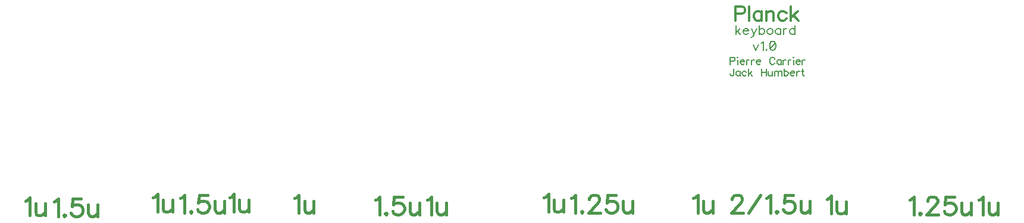
<source format=gbr>
G04 DipTrace 2.4.0.2*
%INTopAssy.gbr*%
%MOIN*%
%ADD32C,0.0077*%
%ADD33C,0.0154*%
%ADD34C,0.0124*%
%ADD35C,0.0062*%
%FSLAX44Y44*%
G04*
G70*
G90*
G75*
G01*
%LNTopAssy*%
%LPD*%
X6102Y5353D2*
D33*
X6199Y5401D1*
X6342Y5544D1*
Y4540D1*
X6651Y5210D2*
Y4732D1*
X6699Y4589D1*
X6795Y4540D1*
X6938D1*
X7033Y4589D1*
X7177Y4732D1*
Y5210D2*
Y4540D1*
X7677Y5304D2*
X7773Y5352D1*
X7917Y5495D1*
Y4491D1*
X8273Y4587D2*
X8226Y4539D1*
X8273Y4491D1*
X8322Y4539D1*
X8273Y4587D1*
X9204Y5495D2*
X8727D1*
X8679Y5065D1*
X8727Y5112D1*
X8871Y5161D1*
X9013D1*
X9157Y5112D1*
X9253Y5017D1*
X9301Y4874D1*
Y4778D1*
X9253Y4635D1*
X9157Y4539D1*
X9013Y4491D1*
X8871D1*
X8727Y4539D1*
X8679Y4587D1*
X8631Y4682D1*
X9609Y5161D2*
Y4682D1*
X9657Y4540D1*
X9753Y4491D1*
X9897D1*
X9992Y4540D1*
X10136Y4682D1*
Y5161D2*
Y4491D1*
X13238Y5550D2*
X13334Y5598D1*
X13478Y5741D1*
Y4737D1*
X13787Y5407D2*
Y4928D1*
X13834Y4786D1*
X13931Y4737D1*
X14074D1*
X14169Y4786D1*
X14313Y4928D1*
Y5407D2*
Y4737D1*
X14764Y5500D2*
X14860Y5549D1*
X15004Y5692D1*
Y4688D1*
X15360Y4784D2*
X15312Y4735D1*
X15360Y4688D1*
X15409Y4735D1*
X15360Y4784D1*
X16291Y5692D2*
X15814D1*
X15766Y5262D1*
X15814Y5309D1*
X15957Y5358D1*
X16100D1*
X16244Y5309D1*
X16340Y5214D1*
X16387Y5070D1*
Y4975D1*
X16340Y4832D1*
X16244Y4735D1*
X16100Y4688D1*
X15957D1*
X15814Y4735D1*
X15766Y4784D1*
X15717Y4879D1*
X16696Y5358D2*
Y4879D1*
X16744Y4737D1*
X16840Y4688D1*
X16983D1*
X17079Y4737D1*
X17222Y4879D1*
Y5358D2*
Y4688D1*
X17520Y5550D2*
X17616Y5598D1*
X17760Y5741D1*
Y4737D1*
X18068Y5407D2*
Y4928D1*
X18116Y4786D1*
X18212Y4737D1*
X18356D1*
X18451Y4786D1*
X18595Y4928D1*
Y5407D2*
Y4737D1*
X21161Y5500D2*
X21258Y5549D1*
X21401Y5692D1*
Y4688D1*
X21710Y5358D2*
Y4879D1*
X21758Y4737D1*
X21854Y4688D1*
X21997D1*
X22093Y4737D1*
X22236Y4879D1*
Y5358D2*
Y4688D1*
X28593Y5402D2*
X28689Y5451D1*
X28832Y5593D1*
Y4590D1*
X29141Y5259D2*
Y4781D1*
X29189Y4638D1*
X29285Y4590D1*
X29429D1*
X29524Y4638D1*
X29667Y4781D1*
Y5259D2*
Y4590D1*
X25689Y5402D2*
X25785Y5451D1*
X25929Y5593D1*
Y4590D1*
X26285Y4686D2*
X26238Y4637D1*
X26285Y4590D1*
X26334Y4637D1*
X26285Y4686D1*
X27216Y5593D2*
X26739D1*
X26691Y5163D1*
X26739Y5211D1*
X26882Y5259D1*
X27025D1*
X27169Y5211D1*
X27265Y5116D1*
X27312Y4972D1*
Y4877D1*
X27265Y4733D1*
X27169Y4637D1*
X27025Y4590D1*
X26882D1*
X26739Y4637D1*
X26691Y4686D1*
X26643Y4781D1*
X27621Y5259D2*
Y4781D1*
X27669Y4638D1*
X27765Y4590D1*
X27909D1*
X28004Y4638D1*
X28147Y4781D1*
Y5259D2*
Y4590D1*
X36663Y5500D2*
X36760Y5549D1*
X36903Y5692D1*
Y4688D1*
X37260Y4784D2*
X37212Y4735D1*
X37260Y4688D1*
X37308Y4735D1*
X37260Y4784D1*
X37666Y5453D2*
Y5500D1*
X37713Y5597D1*
X37761Y5644D1*
X37857Y5692D1*
X38048D1*
X38143Y5644D1*
X38191Y5597D1*
X38239Y5500D1*
Y5405D1*
X38191Y5309D1*
X38096Y5167D1*
X37617Y4688D1*
X38287D1*
X39169Y5692D2*
X38692D1*
X38644Y5262D1*
X38692Y5309D1*
X38836Y5358D1*
X38978D1*
X39122Y5309D1*
X39218Y5214D1*
X39266Y5070D1*
Y4975D1*
X39218Y4832D1*
X39122Y4735D1*
X38978Y4688D1*
X38836D1*
X38692Y4735D1*
X38644Y4784D1*
X38596Y4879D1*
X39574Y5358D2*
Y4879D1*
X39622Y4737D1*
X39718Y4688D1*
X39862D1*
X39957Y4737D1*
X40100Y4879D1*
Y5358D2*
Y4688D1*
X55610Y5402D2*
X55706Y5451D1*
X55850Y5593D1*
Y4590D1*
X56206Y4686D2*
X56159Y4637D1*
X56206Y4590D1*
X56255Y4637D1*
X56206Y4686D1*
X56612Y5354D2*
Y5402D1*
X56660Y5498D1*
X56708Y5546D1*
X56804Y5593D1*
X56995D1*
X57090Y5546D1*
X57138Y5498D1*
X57186Y5402D1*
Y5307D1*
X57138Y5211D1*
X57042Y5068D1*
X56564Y4590D1*
X57234D1*
X58116Y5593D2*
X57639D1*
X57591Y5163D1*
X57639Y5211D1*
X57782Y5259D1*
X57925D1*
X58069Y5211D1*
X58165Y5116D1*
X58212Y4972D1*
Y4877D1*
X58165Y4733D1*
X58069Y4637D1*
X57925Y4590D1*
X57782D1*
X57639Y4637D1*
X57591Y4686D1*
X57543Y4781D1*
X58521Y5259D2*
Y4781D1*
X58569Y4638D1*
X58665Y4590D1*
X58809D1*
X58904Y4638D1*
X59047Y4781D1*
Y5259D2*
Y4590D1*
X35138Y5550D2*
X35234Y5598D1*
X35378Y5741D1*
Y4737D1*
X35686Y5407D2*
Y4928D1*
X35734Y4786D1*
X35830Y4737D1*
X35974D1*
X36069Y4786D1*
X36213Y4928D1*
Y5407D2*
Y4737D1*
X59498Y5402D2*
X59594Y5451D1*
X59738Y5593D1*
Y4590D1*
X60047Y5259D2*
Y4781D1*
X60094Y4638D1*
X60190Y4590D1*
X60334D1*
X60429Y4638D1*
X60573Y4781D1*
Y5259D2*
Y4590D1*
X45851Y15871D2*
D34*
X46196D1*
X46310Y15909D1*
X46349Y15948D1*
X46387Y16024D1*
Y16139D1*
X46349Y16215D1*
X46310Y16254D1*
X46196Y16292D1*
X45851D1*
Y15488D1*
X46634Y16292D2*
Y15488D1*
X47340Y16024D2*
Y15488D1*
Y15909D2*
X47264Y15986D1*
X47187Y16024D1*
X47073D1*
X46996Y15986D1*
X46920Y15909D1*
X46881Y15794D1*
Y15718D1*
X46920Y15603D1*
X46996Y15527D1*
X47073Y15488D1*
X47187D1*
X47264Y15527D1*
X47340Y15603D1*
X47587Y16024D2*
Y15488D1*
Y15871D2*
X47702Y15986D1*
X47779Y16024D1*
X47893D1*
X47970Y15986D1*
X48008Y15871D1*
Y15488D1*
X48714Y15909D2*
X48638Y15986D1*
X48561Y16024D1*
X48446D1*
X48370Y15986D1*
X48294Y15909D1*
X48255Y15794D1*
Y15718D1*
X48294Y15603D1*
X48370Y15527D1*
X48446Y15488D1*
X48561D1*
X48638Y15527D1*
X48714Y15603D1*
X48961Y16292D2*
Y15488D1*
X49344Y16024D2*
X48961Y15641D1*
X49114Y15794D2*
X49382Y15488D1*
X45877Y15213D2*
D32*
Y14710D1*
X46116Y15045D2*
X45877Y14806D1*
X45972Y14902D2*
X46140Y14710D1*
X46294Y14902D2*
X46581D1*
Y14950D1*
X46557Y14998D1*
X46534Y15021D1*
X46485Y15045D1*
X46414D1*
X46366Y15021D1*
X46318Y14973D1*
X46294Y14902D1*
Y14854D1*
X46318Y14782D1*
X46366Y14735D1*
X46414Y14710D1*
X46485D1*
X46534Y14735D1*
X46581Y14782D1*
X46760Y15045D2*
X46903Y14710D1*
X46855Y14615D1*
X46807Y14567D1*
X46760Y14543D1*
X46735D1*
X47047Y15045D2*
X46903Y14710D1*
X47201Y15213D2*
Y14710D1*
Y14973D2*
X47249Y15021D1*
X47297Y15045D1*
X47369D1*
X47416Y15021D1*
X47464Y14973D1*
X47488Y14902D1*
Y14854D1*
X47464Y14782D1*
X47416Y14735D1*
X47369Y14710D1*
X47297D1*
X47249Y14735D1*
X47201Y14782D1*
X47762Y15045D2*
X47714Y15021D1*
X47666Y14973D1*
X47642Y14902D1*
Y14854D1*
X47666Y14782D1*
X47714Y14735D1*
X47762Y14710D1*
X47834D1*
X47882Y14735D1*
X47929Y14782D1*
X47953Y14854D1*
Y14902D1*
X47929Y14973D1*
X47882Y15021D1*
X47834Y15045D1*
X47762D1*
X48395D2*
Y14710D1*
Y14973D2*
X48347Y15021D1*
X48299Y15045D1*
X48228D1*
X48180Y15021D1*
X48132Y14973D1*
X48108Y14902D1*
Y14854D1*
X48132Y14782D1*
X48180Y14735D1*
X48228Y14710D1*
X48299D1*
X48347Y14735D1*
X48395Y14782D1*
X48549Y15045D2*
Y14710D1*
Y14902D2*
X48573Y14973D1*
X48621Y15021D1*
X48669Y15045D1*
X48741D1*
X49182Y15213D2*
Y14710D1*
Y14973D2*
X49135Y15021D1*
X49086Y15045D1*
X49015D1*
X48967Y15021D1*
X48919Y14973D1*
X48895Y14902D1*
Y14854D1*
X48919Y14782D1*
X48967Y14735D1*
X49015Y14710D1*
X49086D1*
X49135Y14735D1*
X49182Y14782D1*
X46861Y14159D2*
X47005Y13824D1*
X47148Y14159D1*
X47302Y14231D2*
X47350Y14255D1*
X47422Y14326D1*
Y13824D1*
X47600Y13873D2*
X47577Y13848D1*
X47600Y13824D1*
X47625Y13848D1*
X47600Y13873D1*
X47923Y14326D2*
X47851Y14303D1*
X47803Y14231D1*
X47779Y14111D1*
Y14039D1*
X47803Y13920D1*
X47851Y13848D1*
X47923Y13824D1*
X47970D1*
X48042Y13848D1*
X48090Y13920D1*
X48114Y14039D1*
Y14111D1*
X48090Y14231D1*
X48042Y14303D1*
X47970Y14326D1*
X47923D1*
X48090Y14231D2*
X47803Y13920D1*
X45574Y13215D2*
D35*
X45746D1*
X45803Y13234D1*
X45823Y13254D1*
X45842Y13292D1*
Y13349D1*
X45823Y13387D1*
X45803Y13407D1*
X45746Y13426D1*
X45574D1*
Y13024D1*
X45965Y13426D2*
X45984Y13407D1*
X46004Y13426D1*
X45984Y13445D1*
X45965Y13426D1*
X45984Y13292D2*
Y13024D1*
X46127Y13177D2*
X46357D1*
Y13215D1*
X46338Y13254D1*
X46319Y13273D1*
X46280Y13292D1*
X46223D1*
X46185Y13273D1*
X46146Y13234D1*
X46127Y13177D1*
Y13139D1*
X46146Y13081D1*
X46185Y13043D1*
X46223Y13024D1*
X46280D1*
X46319Y13043D1*
X46357Y13081D1*
X46480Y13292D2*
Y13024D1*
Y13177D2*
X46500Y13234D1*
X46538Y13273D1*
X46576Y13292D1*
X46634D1*
X46757D2*
Y13024D1*
Y13177D2*
X46777Y13234D1*
X46815Y13273D1*
X46853Y13292D1*
X46911D1*
X47034Y13177D2*
X47264D1*
Y13215D1*
X47245Y13254D1*
X47226Y13273D1*
X47187Y13292D1*
X47130D1*
X47092Y13273D1*
X47053Y13234D1*
X47034Y13177D1*
Y13139D1*
X47053Y13081D1*
X47092Y13043D1*
X47130Y13024D1*
X47187D1*
X47226Y13043D1*
X47264Y13081D1*
X48063Y13330D2*
X48044Y13368D1*
X48005Y13407D1*
X47967Y13426D1*
X47891D1*
X47852Y13407D1*
X47814Y13368D1*
X47795Y13330D1*
X47776Y13273D1*
Y13177D1*
X47795Y13120D1*
X47814Y13081D1*
X47852Y13043D1*
X47891Y13024D1*
X47967D1*
X48005Y13043D1*
X48044Y13081D1*
X48063Y13120D1*
X48416Y13292D2*
Y13024D1*
Y13234D2*
X48378Y13273D1*
X48339Y13292D1*
X48282D1*
X48244Y13273D1*
X48206Y13234D1*
X48186Y13177D1*
Y13139D1*
X48206Y13081D1*
X48244Y13043D1*
X48282Y13024D1*
X48339D1*
X48378Y13043D1*
X48416Y13081D1*
X48539Y13292D2*
Y13024D1*
Y13177D2*
X48559Y13234D1*
X48597Y13273D1*
X48635Y13292D1*
X48693D1*
X48816D2*
Y13024D1*
Y13177D2*
X48836Y13234D1*
X48874Y13273D1*
X48912Y13292D1*
X48970D1*
X49093Y13426D2*
X49112Y13407D1*
X49132Y13426D1*
X49112Y13445D1*
X49093Y13426D1*
X49112Y13292D2*
Y13024D1*
X49255Y13177D2*
X49485D1*
Y13215D1*
X49466Y13254D1*
X49447Y13273D1*
X49408Y13292D1*
X49351D1*
X49313Y13273D1*
X49274Y13234D1*
X49255Y13177D1*
Y13139D1*
X49274Y13081D1*
X49313Y13043D1*
X49351Y13024D1*
X49408D1*
X49447Y13043D1*
X49485Y13081D1*
X49608Y13292D2*
Y13024D1*
Y13177D2*
X49628Y13234D1*
X49666Y13273D1*
X49704Y13292D1*
X49762D1*
X45765Y12786D2*
Y12480D1*
X45746Y12423D1*
X45727Y12404D1*
X45689Y12384D1*
X45650D1*
X45612Y12404D1*
X45593Y12423D1*
X45574Y12480D1*
Y12518D1*
X46118Y12652D2*
Y12384D1*
Y12595D2*
X46080Y12633D1*
X46042Y12652D1*
X45985D1*
X45946Y12633D1*
X45908Y12595D1*
X45889Y12537D1*
Y12499D1*
X45908Y12442D1*
X45946Y12404D1*
X45985Y12384D1*
X46042D1*
X46080Y12404D1*
X46118Y12442D1*
X46472Y12595D2*
X46433Y12633D1*
X46395Y12652D1*
X46338D1*
X46299Y12633D1*
X46261Y12595D1*
X46242Y12537D1*
Y12499D1*
X46261Y12442D1*
X46299Y12404D1*
X46338Y12384D1*
X46395D1*
X46433Y12404D1*
X46472Y12442D1*
X46595Y12786D2*
Y12384D1*
X46787Y12652D2*
X46595Y12461D1*
X46672Y12537D2*
X46806Y12384D1*
X47318Y12786D2*
Y12384D1*
X47586Y12786D2*
Y12384D1*
X47318Y12595D2*
X47586D1*
X47709Y12652D2*
Y12461D1*
X47728Y12404D1*
X47767Y12384D1*
X47824D1*
X47862Y12404D1*
X47920Y12461D1*
Y12652D2*
Y12384D1*
X48043Y12652D2*
Y12384D1*
Y12576D2*
X48101Y12633D1*
X48139Y12652D1*
X48196D1*
X48235Y12633D1*
X48254Y12576D1*
Y12384D1*
Y12576D2*
X48311Y12633D1*
X48350Y12652D1*
X48407D1*
X48445Y12633D1*
X48465Y12576D1*
Y12384D1*
X48588Y12786D2*
Y12384D1*
Y12595D2*
X48627Y12633D1*
X48665Y12652D1*
X48722D1*
X48760Y12633D1*
X48799Y12595D1*
X48818Y12537D1*
Y12499D1*
X48799Y12442D1*
X48760Y12404D1*
X48722Y12384D1*
X48665D1*
X48627Y12404D1*
X48588Y12442D1*
X48941Y12537D2*
X49171D1*
Y12576D1*
X49152Y12614D1*
X49133Y12633D1*
X49094Y12652D1*
X49037D1*
X48999Y12633D1*
X48960Y12595D1*
X48941Y12537D1*
Y12499D1*
X48960Y12442D1*
X48999Y12404D1*
X49037Y12384D1*
X49094D1*
X49133Y12404D1*
X49171Y12442D1*
X49294Y12652D2*
Y12384D1*
Y12537D2*
X49314Y12595D1*
X49352Y12633D1*
X49390Y12652D1*
X49448D1*
X49629Y12786D2*
Y12461D1*
X49648Y12404D1*
X49686Y12384D1*
X49724D1*
X49571Y12652D2*
X49705D1*
X43504Y5500D2*
D33*
X43600Y5549D1*
X43744Y5692D1*
Y4688D1*
X44053Y5358D2*
Y4879D1*
X44100Y4737D1*
X44196Y4688D1*
X44340D1*
X44435Y4737D1*
X44579Y4879D1*
Y5358D2*
Y4688D1*
X50984Y5451D2*
X51080Y5500D1*
X51224Y5642D1*
Y4639D1*
X51533Y5309D2*
Y4830D1*
X51580Y4687D1*
X51677Y4639D1*
X51820D1*
X51915Y4687D1*
X52059Y4830D1*
Y5309D2*
Y4639D1*
X45669Y5453D2*
Y5500D1*
X45716Y5597D1*
X45764Y5644D1*
X45860Y5692D1*
X46051D1*
X46146Y5644D1*
X46194Y5597D1*
X46242Y5500D1*
Y5405D1*
X46194Y5309D1*
X46099Y5167D1*
X45620Y4688D1*
X46290D1*
X46599D2*
X47269Y5692D1*
X47577Y5500D2*
X47674Y5549D1*
X47817Y5692D1*
Y4688D1*
X48174Y4784D2*
X48126Y4735D1*
X48174Y4688D1*
X48222Y4735D1*
X48174Y4784D1*
X49105Y5692D2*
X48627D1*
X48580Y5262D1*
X48627Y5309D1*
X48771Y5358D1*
X48913D1*
X49057Y5309D1*
X49153Y5214D1*
X49201Y5070D1*
Y4975D1*
X49153Y4832D1*
X49057Y4735D1*
X48913Y4688D1*
X48771D1*
X48627Y4735D1*
X48580Y4784D1*
X48531Y4879D1*
X49510Y5358D2*
Y4879D1*
X49557Y4737D1*
X49653Y4688D1*
X49797D1*
X49892Y4737D1*
X50036Y4879D1*
Y5358D2*
Y4688D1*
M02*

</source>
